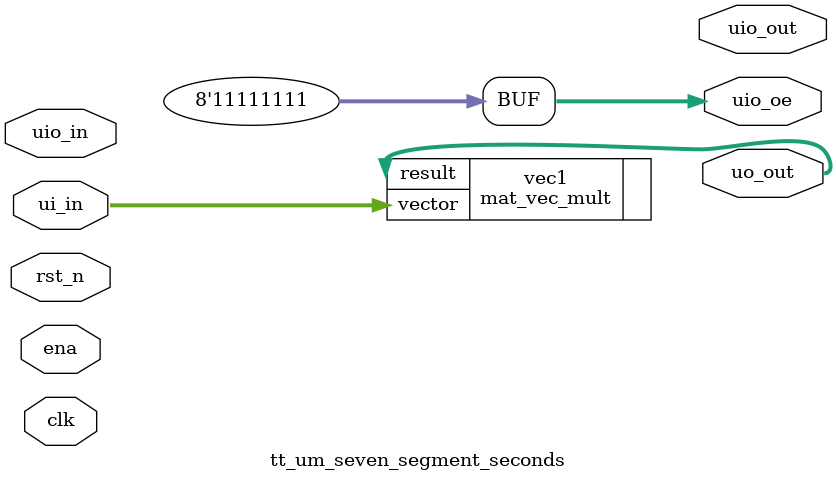
<source format=v>
`default_nettype none

module tt_um_seven_segment_seconds #( parameter MAX_COUNT = 24'd10_000_000 ) (
    input  wire [7:0] ui_in,    // Dedicated inputs - connected to the input switches
    output wire [7:0] uo_out,   // Dedicated outputs - connected to the 7 segment display
    input  wire [7:0] uio_in,   // IOs: Bidirectional Input path
    output wire [7:0] uio_out,  // IOs: Bidirectional Output path
    output wire [7:0] uio_oe,   // IOs: Bidirectional Enable path (active high: 0=input, 1=output)
    input  wire       ena,      // will go high when the design is enabled
    input  wire       clk,      // clock
    input  wire       rst_n     // reset_n - low to reset
);

   
    // use bidirectionals as outputs
    assign uio_oe = 8'b11111111;


    // instantiate segment display
    mat_vec_mult vec1(.vector(ui_in), .result(uo_out));

endmodule

</source>
